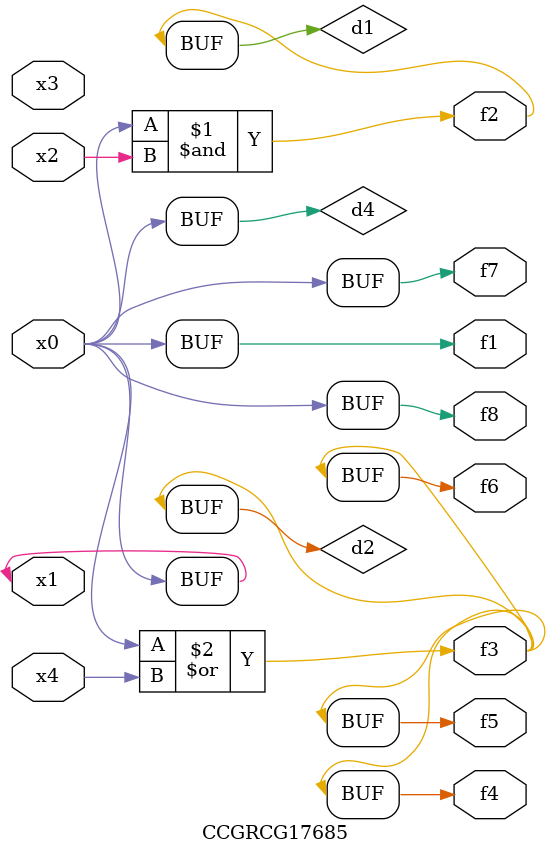
<source format=v>
module CCGRCG17685(
	input x0, x1, x2, x3, x4,
	output f1, f2, f3, f4, f5, f6, f7, f8
);

	wire d1, d2, d3, d4;

	and (d1, x0, x2);
	or (d2, x0, x4);
	nand (d3, x0, x2);
	buf (d4, x0, x1);
	assign f1 = d4;
	assign f2 = d1;
	assign f3 = d2;
	assign f4 = d2;
	assign f5 = d2;
	assign f6 = d2;
	assign f7 = d4;
	assign f8 = d4;
endmodule

</source>
